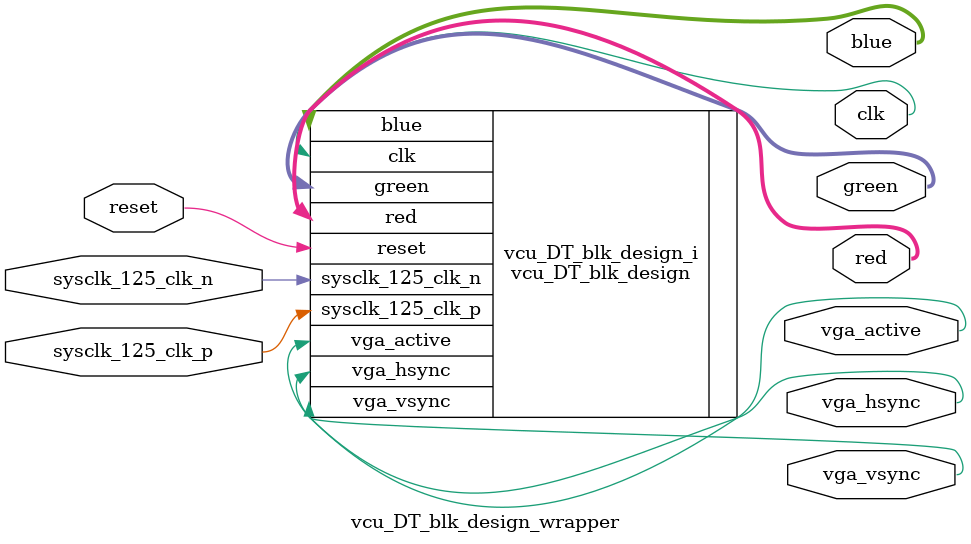
<source format=v>
`timescale 1 ps / 1 ps

module vcu_DT_blk_design_wrapper
   (blue,
    clk,
    green,
    red,
    reset,
    sysclk_125_clk_n,
    sysclk_125_clk_p,
    vga_active,
    vga_hsync,
    vga_vsync);
  output [3:0]blue;
  output clk;
  output [3:0]green;
  output [3:0]red;
  input reset;
  input sysclk_125_clk_n;
  input sysclk_125_clk_p;
  output vga_active;
  output vga_hsync;
  output vga_vsync;

  wire [3:0]blue;
  wire clk;
  wire [3:0]green;
  wire [3:0]red;
  wire reset;
  wire sysclk_125_clk_n;
  wire sysclk_125_clk_p;
  wire vga_active;
  wire vga_hsync;
  wire vga_vsync;

  vcu_DT_blk_design vcu_DT_blk_design_i
       (.blue(blue),
        .clk(clk),
        .green(green),
        .red(red),
        .reset(reset),
        .sysclk_125_clk_n(sysclk_125_clk_n),
        .sysclk_125_clk_p(sysclk_125_clk_p),
        .vga_active(vga_active),
        .vga_hsync(vga_hsync),
        .vga_vsync(vga_vsync));
endmodule

</source>
